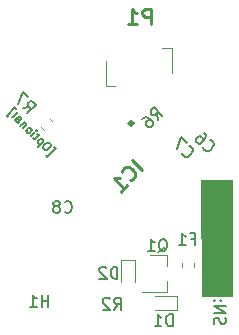
<source format=gbr>
G04 #@! TF.GenerationSoftware,KiCad,Pcbnew,(5.1.2)-2*
G04 #@! TF.CreationDate,2020-03-09T10:25:20+01:00*
G04 #@! TF.ProjectId,ACM-pcb,41434d2d-7063-4622-9e6b-696361645f70,rev?*
G04 #@! TF.SameCoordinates,Original*
G04 #@! TF.FileFunction,Legend,Bot*
G04 #@! TF.FilePolarity,Positive*
%FSLAX46Y46*%
G04 Gerber Fmt 4.6, Leading zero omitted, Abs format (unit mm)*
G04 Created by KiCad (PCBNEW (5.1.2)-2) date 2020-03-09 10:25:20*
%MOMM*%
%LPD*%
G04 APERTURE LIST*
%ADD10C,0.150000*%
%ADD11C,0.100000*%
%ADD12C,0.325000*%
%ADD13C,0.120000*%
%ADD14C,0.254000*%
G04 APERTURE END LIST*
D10*
X66579851Y-76552469D02*
X66697702Y-76670320D01*
X67404809Y-75963213D01*
X67286958Y-75845362D01*
X66956975Y-75609660D02*
X66862694Y-75515379D01*
X66791983Y-75491809D01*
X66697702Y-75491809D01*
X66579851Y-75562519D01*
X66414860Y-75727511D01*
X66344149Y-75845362D01*
X66344149Y-75939643D01*
X66367719Y-76010354D01*
X66462000Y-76104634D01*
X66532711Y-76128205D01*
X66626992Y-76128205D01*
X66744843Y-76057494D01*
X66909834Y-75892502D01*
X66980545Y-75774651D01*
X66980545Y-75680370D01*
X66956975Y-75609660D01*
X66367719Y-75350387D02*
X65872744Y-75845362D01*
X66344149Y-75373957D02*
X66320579Y-75303247D01*
X66226298Y-75208966D01*
X66155587Y-75185396D01*
X66108447Y-75185396D01*
X66037736Y-75208966D01*
X65896315Y-75350387D01*
X65872744Y-75421098D01*
X65872744Y-75468238D01*
X65896315Y-75538949D01*
X65990596Y-75633230D01*
X66061306Y-75656800D01*
X65990596Y-74973264D02*
X65802034Y-74784702D01*
X66084877Y-74737561D02*
X65660612Y-75161825D01*
X65589902Y-75185396D01*
X65519191Y-75161825D01*
X65472051Y-75114685D01*
X65307059Y-74949693D02*
X65637042Y-74619710D01*
X65802034Y-74454719D02*
X65802034Y-74501859D01*
X65754893Y-74501859D01*
X65754893Y-74454719D01*
X65802034Y-74454719D01*
X65754893Y-74501859D01*
X65000646Y-74643280D02*
X65071357Y-74666851D01*
X65118497Y-74666851D01*
X65189208Y-74643280D01*
X65330629Y-74501859D01*
X65354199Y-74431148D01*
X65354200Y-74384008D01*
X65330629Y-74313297D01*
X65259919Y-74242587D01*
X65189208Y-74219016D01*
X65142067Y-74219016D01*
X65071357Y-74242587D01*
X64929935Y-74384008D01*
X64906365Y-74454719D01*
X64906365Y-74501859D01*
X64929935Y-74572570D01*
X65000646Y-74643280D01*
X64953506Y-73936174D02*
X64623522Y-74266157D01*
X64906365Y-73983314D02*
X64906365Y-73936174D01*
X64882795Y-73865463D01*
X64812084Y-73794752D01*
X64741374Y-73771182D01*
X64670663Y-73794752D01*
X64411390Y-74054025D01*
X63963556Y-73606190D02*
X64222829Y-73346918D01*
X64293539Y-73323348D01*
X64364250Y-73346918D01*
X64458531Y-73441199D01*
X64482101Y-73511910D01*
X63987126Y-73582620D02*
X64010697Y-73653331D01*
X64128548Y-73771182D01*
X64199258Y-73794752D01*
X64269969Y-73771182D01*
X64317110Y-73724042D01*
X64340680Y-73653331D01*
X64317110Y-73582620D01*
X64199258Y-73464769D01*
X64175688Y-73394058D01*
X63657143Y-73299778D02*
X63727854Y-73323348D01*
X63798565Y-73299778D01*
X64222829Y-72875513D01*
X63350730Y-73323348D02*
X63232879Y-73205497D01*
X63939986Y-72498390D01*
X64057837Y-72616241D01*
X80824438Y-90887419D02*
X80776819Y-90744561D01*
X80776819Y-90506466D01*
X80824438Y-90411228D01*
X80872057Y-90363609D01*
X80967295Y-90315990D01*
X81062533Y-90315990D01*
X81157771Y-90363609D01*
X81205390Y-90411228D01*
X81253009Y-90506466D01*
X81300628Y-90696942D01*
X81348247Y-90792180D01*
X81395866Y-90839800D01*
X81491104Y-90887419D01*
X81586342Y-90887419D01*
X81681580Y-90839800D01*
X81729200Y-90792180D01*
X81776819Y-90696942D01*
X81776819Y-90458847D01*
X81729200Y-90315990D01*
X80776819Y-89887419D02*
X81776819Y-89887419D01*
X80776819Y-89315990D01*
X81776819Y-89315990D01*
X80872057Y-88839800D02*
X80824438Y-88792180D01*
X80776819Y-88839800D01*
X80824438Y-88887419D01*
X80872057Y-88839800D01*
X80776819Y-88839800D01*
X81395866Y-88839800D02*
X81348247Y-88792180D01*
X81300628Y-88839800D01*
X81348247Y-88887419D01*
X81395866Y-88839800D01*
X81300628Y-88839800D01*
D11*
G36*
X82355200Y-88442800D02*
G01*
X79756000Y-88442800D01*
X79726400Y-78663800D01*
X82325600Y-78663800D01*
X82355200Y-88442800D01*
G37*
X82355200Y-88442800D02*
X79756000Y-88442800D01*
X79726400Y-78663800D01*
X82325600Y-78663800D01*
X82355200Y-88442800D01*
D12*
X73937144Y-73853781D02*
G75*
G03X73937144Y-73853781I-162500J0D01*
G01*
D13*
X67099927Y-73693878D02*
X66869722Y-73463673D01*
X66378678Y-74415127D02*
X66148473Y-74184922D01*
D11*
X71622000Y-70688000D02*
X72422000Y-70688000D01*
X71622000Y-68588000D02*
X71622000Y-70688000D01*
X77222000Y-67488000D02*
X77222000Y-69588000D01*
X76422000Y-67488000D02*
X77222000Y-67488000D01*
D13*
X75800000Y-89700000D02*
X77650000Y-89700000D01*
X75800000Y-88500000D02*
X77650000Y-88500000D01*
X77650000Y-88500000D02*
X77650000Y-89700000D01*
X76840000Y-85020000D02*
X75380000Y-85020000D01*
X76840000Y-88180000D02*
X74680000Y-88180000D01*
X76840000Y-88180000D02*
X76840000Y-87250000D01*
X76840000Y-85020000D02*
X76840000Y-85950000D01*
X78110000Y-86000279D02*
X78110000Y-85674721D01*
X79130000Y-86000279D02*
X79130000Y-85674721D01*
X74140000Y-87274000D02*
X74140000Y-85424000D01*
X72940000Y-87274000D02*
X72940000Y-85424000D01*
X72940000Y-85424000D02*
X74140000Y-85424000D01*
D14*
X74739693Y-77837805D02*
X73841668Y-76939780D01*
X73713378Y-78693068D02*
X73798904Y-78693068D01*
X73969957Y-78607541D01*
X74055483Y-78522015D01*
X74141009Y-78350963D01*
X74141009Y-78179910D01*
X74098246Y-78051621D01*
X73969957Y-77837805D01*
X73841668Y-77709516D01*
X73627852Y-77581226D01*
X73499563Y-77538463D01*
X73328510Y-77538463D01*
X73157458Y-77623990D01*
X73071931Y-77709516D01*
X72986405Y-77880568D01*
X72986405Y-77966095D01*
X72943642Y-79633856D02*
X73456800Y-79120699D01*
X73200221Y-79377278D02*
X72302195Y-78479252D01*
X72516011Y-78522015D01*
X72687063Y-78522015D01*
X72815353Y-78479252D01*
D10*
X68137066Y-81357742D02*
X68184685Y-81405361D01*
X68327542Y-81452980D01*
X68422780Y-81452980D01*
X68565638Y-81405361D01*
X68660876Y-81310123D01*
X68708495Y-81214885D01*
X68756114Y-81024409D01*
X68756114Y-80881552D01*
X68708495Y-80691076D01*
X68660876Y-80595838D01*
X68565638Y-80500600D01*
X68422780Y-80452980D01*
X68327542Y-80452980D01*
X68184685Y-80500600D01*
X68137066Y-80548219D01*
X67565638Y-80881552D02*
X67660876Y-80833933D01*
X67708495Y-80786314D01*
X67756114Y-80691076D01*
X67756114Y-80643457D01*
X67708495Y-80548219D01*
X67660876Y-80500600D01*
X67565638Y-80452980D01*
X67375161Y-80452980D01*
X67279923Y-80500600D01*
X67232304Y-80548219D01*
X67184685Y-80643457D01*
X67184685Y-80691076D01*
X67232304Y-80786314D01*
X67279923Y-80833933D01*
X67375161Y-80881552D01*
X67565638Y-80881552D01*
X67660876Y-80929171D01*
X67708495Y-80976790D01*
X67756114Y-81072028D01*
X67756114Y-81262504D01*
X67708495Y-81357742D01*
X67660876Y-81405361D01*
X67565638Y-81452980D01*
X67375161Y-81452980D01*
X67279923Y-81405361D01*
X67232304Y-81357742D01*
X67184685Y-81262504D01*
X67184685Y-81072028D01*
X67232304Y-80976790D01*
X67279923Y-80929171D01*
X67375161Y-80881552D01*
X64593369Y-72599132D02*
X65165789Y-72498117D01*
X64997430Y-73003193D02*
X65704537Y-72296087D01*
X65435163Y-72026712D01*
X65334148Y-71993041D01*
X65266804Y-71993041D01*
X65165789Y-72026712D01*
X65064774Y-72127728D01*
X65031102Y-72228743D01*
X65031102Y-72296087D01*
X65064774Y-72397102D01*
X65334148Y-72666476D01*
X65064774Y-71656323D02*
X64593369Y-71184919D01*
X64189308Y-72195071D01*
D14*
X75460980Y-65446123D02*
X75460980Y-64176123D01*
X74977171Y-64176123D01*
X74856219Y-64236600D01*
X74795742Y-64297076D01*
X74735266Y-64418028D01*
X74735266Y-64599457D01*
X74795742Y-64720409D01*
X74856219Y-64780885D01*
X74977171Y-64841361D01*
X75460980Y-64841361D01*
X73525742Y-65446123D02*
X74251457Y-65446123D01*
X73888600Y-65446123D02*
X73888600Y-64176123D01*
X74009552Y-64357552D01*
X74130504Y-64478504D01*
X74251457Y-64538980D01*
D10*
X77293695Y-91028780D02*
X77293695Y-90028780D01*
X77055600Y-90028780D01*
X76912742Y-90076400D01*
X76817504Y-90171638D01*
X76769885Y-90266876D01*
X76722266Y-90457352D01*
X76722266Y-90600209D01*
X76769885Y-90790685D01*
X76817504Y-90885923D01*
X76912742Y-90981161D01*
X77055600Y-91028780D01*
X77293695Y-91028780D01*
X75769885Y-91028780D02*
X76341314Y-91028780D01*
X76055600Y-91028780D02*
X76055600Y-90028780D01*
X76150838Y-90171638D01*
X76246076Y-90266876D01*
X76341314Y-90314495D01*
X72328066Y-89631780D02*
X72661400Y-89155590D01*
X72899495Y-89631780D02*
X72899495Y-88631780D01*
X72518542Y-88631780D01*
X72423304Y-88679400D01*
X72375685Y-88727019D01*
X72328066Y-88822257D01*
X72328066Y-88965114D01*
X72375685Y-89060352D01*
X72423304Y-89107971D01*
X72518542Y-89155590D01*
X72899495Y-89155590D01*
X71947114Y-88727019D02*
X71899495Y-88679400D01*
X71804257Y-88631780D01*
X71566161Y-88631780D01*
X71470923Y-88679400D01*
X71423304Y-88727019D01*
X71375685Y-88822257D01*
X71375685Y-88917495D01*
X71423304Y-89060352D01*
X71994733Y-89631780D01*
X71375685Y-89631780D01*
X76092038Y-84748619D02*
X76187276Y-84701000D01*
X76282514Y-84605761D01*
X76425371Y-84462904D01*
X76520609Y-84415285D01*
X76615847Y-84415285D01*
X76568228Y-84653380D02*
X76663466Y-84605761D01*
X76758704Y-84510523D01*
X76806323Y-84320047D01*
X76806323Y-83986714D01*
X76758704Y-83796238D01*
X76663466Y-83701000D01*
X76568228Y-83653380D01*
X76377752Y-83653380D01*
X76282514Y-83701000D01*
X76187276Y-83796238D01*
X76139657Y-83986714D01*
X76139657Y-84320047D01*
X76187276Y-84510523D01*
X76282514Y-84605761D01*
X76377752Y-84653380D01*
X76568228Y-84653380D01*
X75187276Y-84653380D02*
X75758704Y-84653380D01*
X75472990Y-84653380D02*
X75472990Y-83653380D01*
X75568228Y-83796238D01*
X75663466Y-83891476D01*
X75758704Y-83939095D01*
X78870133Y-83646971D02*
X79203466Y-83646971D01*
X79203466Y-84170780D02*
X79203466Y-83170780D01*
X78727276Y-83170780D01*
X77822514Y-84170780D02*
X78393942Y-84170780D01*
X78108228Y-84170780D02*
X78108228Y-83170780D01*
X78203466Y-83313638D01*
X78298704Y-83408876D01*
X78393942Y-83456495D01*
X72620095Y-87015580D02*
X72620095Y-86015580D01*
X72382000Y-86015580D01*
X72239142Y-86063200D01*
X72143904Y-86158438D01*
X72096285Y-86253676D01*
X72048666Y-86444152D01*
X72048666Y-86587009D01*
X72096285Y-86777485D01*
X72143904Y-86872723D01*
X72239142Y-86967961D01*
X72382000Y-87015580D01*
X72620095Y-87015580D01*
X71667714Y-86110819D02*
X71620095Y-86063200D01*
X71524857Y-86015580D01*
X71286761Y-86015580D01*
X71191523Y-86063200D01*
X71143904Y-86110819D01*
X71096285Y-86206057D01*
X71096285Y-86301295D01*
X71143904Y-86444152D01*
X71715333Y-87015580D01*
X71096285Y-87015580D01*
X78097312Y-76367189D02*
X78097312Y-76434532D01*
X78164656Y-76569219D01*
X78232000Y-76636563D01*
X78366687Y-76703906D01*
X78501374Y-76703906D01*
X78602389Y-76670235D01*
X78770748Y-76569219D01*
X78871763Y-76468204D01*
X78972778Y-76299845D01*
X79006450Y-76198830D01*
X79006450Y-76064143D01*
X78939106Y-75929456D01*
X78871763Y-75862112D01*
X78737076Y-75794769D01*
X78669732Y-75794769D01*
X78501374Y-75491723D02*
X78029969Y-75020319D01*
X77625908Y-76030471D01*
X79875312Y-75884589D02*
X79875312Y-75951932D01*
X79942656Y-76086619D01*
X80010000Y-76153963D01*
X80144687Y-76221306D01*
X80279374Y-76221306D01*
X80380389Y-76187635D01*
X80548748Y-76086619D01*
X80649763Y-75985604D01*
X80750778Y-75817245D01*
X80784450Y-75716230D01*
X80784450Y-75581543D01*
X80717106Y-75446856D01*
X80649763Y-75379512D01*
X80515076Y-75312169D01*
X80447732Y-75312169D01*
X79908984Y-74638734D02*
X80043671Y-74773421D01*
X80077343Y-74874436D01*
X80077343Y-74941780D01*
X80043671Y-75110138D01*
X79942656Y-75278497D01*
X79673282Y-75547871D01*
X79572267Y-75581543D01*
X79504923Y-75581543D01*
X79403908Y-75547871D01*
X79269221Y-75413184D01*
X79235549Y-75312169D01*
X79235549Y-75244825D01*
X79269221Y-75143810D01*
X79437580Y-74975451D01*
X79538595Y-74941780D01*
X79605938Y-74941780D01*
X79706954Y-74975451D01*
X79841641Y-75110138D01*
X79875312Y-75211154D01*
X79875312Y-75278497D01*
X79841641Y-75379512D01*
X76028132Y-73608030D02*
X75927117Y-73035610D01*
X76432193Y-73203969D02*
X75725087Y-72496862D01*
X75455712Y-72766236D01*
X75422041Y-72867251D01*
X75422041Y-72934595D01*
X75455712Y-73035610D01*
X75556728Y-73136625D01*
X75657743Y-73170297D01*
X75725087Y-73170297D01*
X75826102Y-73136625D01*
X76095476Y-72867251D01*
X74714934Y-73507015D02*
X74849621Y-73372328D01*
X74950636Y-73338656D01*
X75017980Y-73338656D01*
X75186338Y-73372328D01*
X75354697Y-73473343D01*
X75624071Y-73742717D01*
X75657743Y-73843732D01*
X75657743Y-73911076D01*
X75624071Y-74012091D01*
X75489384Y-74146778D01*
X75388369Y-74180450D01*
X75321025Y-74180450D01*
X75220010Y-74146778D01*
X75051651Y-73978419D01*
X75017980Y-73877404D01*
X75017980Y-73810061D01*
X75051651Y-73709045D01*
X75186338Y-73574358D01*
X75287354Y-73540687D01*
X75354697Y-73540687D01*
X75455712Y-73574358D01*
X66771904Y-89402380D02*
X66771904Y-88402380D01*
X66771904Y-88878571D02*
X66200476Y-88878571D01*
X66200476Y-89402380D02*
X66200476Y-88402380D01*
X65200476Y-89402380D02*
X65771904Y-89402380D01*
X65486190Y-89402380D02*
X65486190Y-88402380D01*
X65581428Y-88545238D01*
X65676666Y-88640476D01*
X65771904Y-88688095D01*
M02*

</source>
